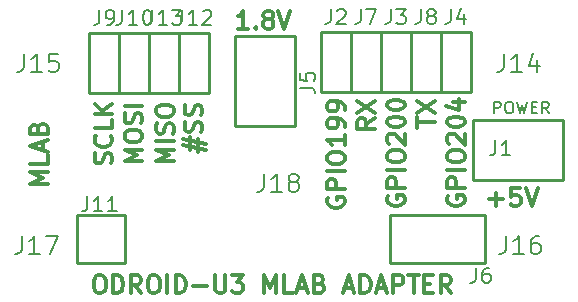
<source format=gbr>
G04 #@! TF.FileFunction,Legend,Top*
%FSLAX46Y46*%
G04 Gerber Fmt 4.6, Leading zero omitted, Abs format (unit mm)*
G04 Created by KiCad (PCBNEW 0.201412101631+5319~19~ubuntu14.04.1-product) date Čt 11. prosinec 2014, 12:52:01 CET*
%MOMM*%
G01*
G04 APERTURE LIST*
%ADD10C,0.100000*%
%ADD11C,0.300000*%
%ADD12C,0.200000*%
%ADD13C,0.254000*%
%ADD14C,0.203200*%
%ADD15C,0.150000*%
G04 APERTURE END LIST*
D10*
D11*
X117558600Y-58030371D02*
X117844314Y-58030371D01*
X117987172Y-58101800D01*
X118130029Y-58244657D01*
X118201457Y-58530371D01*
X118201457Y-59030371D01*
X118130029Y-59316086D01*
X117987172Y-59458943D01*
X117844314Y-59530371D01*
X117558600Y-59530371D01*
X117415743Y-59458943D01*
X117272886Y-59316086D01*
X117201457Y-59030371D01*
X117201457Y-58530371D01*
X117272886Y-58244657D01*
X117415743Y-58101800D01*
X117558600Y-58030371D01*
X118844315Y-59530371D02*
X118844315Y-58030371D01*
X119201458Y-58030371D01*
X119415743Y-58101800D01*
X119558601Y-58244657D01*
X119630029Y-58387514D01*
X119701458Y-58673229D01*
X119701458Y-58887514D01*
X119630029Y-59173229D01*
X119558601Y-59316086D01*
X119415743Y-59458943D01*
X119201458Y-59530371D01*
X118844315Y-59530371D01*
X121201458Y-59530371D02*
X120701458Y-58816086D01*
X120344315Y-59530371D02*
X120344315Y-58030371D01*
X120915743Y-58030371D01*
X121058601Y-58101800D01*
X121130029Y-58173229D01*
X121201458Y-58316086D01*
X121201458Y-58530371D01*
X121130029Y-58673229D01*
X121058601Y-58744657D01*
X120915743Y-58816086D01*
X120344315Y-58816086D01*
X122130029Y-58030371D02*
X122415743Y-58030371D01*
X122558601Y-58101800D01*
X122701458Y-58244657D01*
X122772886Y-58530371D01*
X122772886Y-59030371D01*
X122701458Y-59316086D01*
X122558601Y-59458943D01*
X122415743Y-59530371D01*
X122130029Y-59530371D01*
X121987172Y-59458943D01*
X121844315Y-59316086D01*
X121772886Y-59030371D01*
X121772886Y-58530371D01*
X121844315Y-58244657D01*
X121987172Y-58101800D01*
X122130029Y-58030371D01*
X123415744Y-59530371D02*
X123415744Y-58030371D01*
X124130030Y-59530371D02*
X124130030Y-58030371D01*
X124487173Y-58030371D01*
X124701458Y-58101800D01*
X124844316Y-58244657D01*
X124915744Y-58387514D01*
X124987173Y-58673229D01*
X124987173Y-58887514D01*
X124915744Y-59173229D01*
X124844316Y-59316086D01*
X124701458Y-59458943D01*
X124487173Y-59530371D01*
X124130030Y-59530371D01*
X125630030Y-58958943D02*
X126772887Y-58958943D01*
X127487173Y-58030371D02*
X127487173Y-59244657D01*
X127558601Y-59387514D01*
X127630030Y-59458943D01*
X127772887Y-59530371D01*
X128058601Y-59530371D01*
X128201459Y-59458943D01*
X128272887Y-59387514D01*
X128344316Y-59244657D01*
X128344316Y-58030371D01*
X128915745Y-58030371D02*
X129844316Y-58030371D01*
X129344316Y-58601800D01*
X129558602Y-58601800D01*
X129701459Y-58673229D01*
X129772888Y-58744657D01*
X129844316Y-58887514D01*
X129844316Y-59244657D01*
X129772888Y-59387514D01*
X129701459Y-59458943D01*
X129558602Y-59530371D01*
X129130030Y-59530371D01*
X128987173Y-59458943D01*
X128915745Y-59387514D01*
X131630030Y-59530371D02*
X131630030Y-58030371D01*
X132130030Y-59101800D01*
X132630030Y-58030371D01*
X132630030Y-59530371D01*
X134058602Y-59530371D02*
X133344316Y-59530371D01*
X133344316Y-58030371D01*
X134487173Y-59101800D02*
X135201459Y-59101800D01*
X134344316Y-59530371D02*
X134844316Y-58030371D01*
X135344316Y-59530371D01*
X136344316Y-58744657D02*
X136558602Y-58816086D01*
X136630030Y-58887514D01*
X136701459Y-59030371D01*
X136701459Y-59244657D01*
X136630030Y-59387514D01*
X136558602Y-59458943D01*
X136415744Y-59530371D01*
X135844316Y-59530371D01*
X135844316Y-58030371D01*
X136344316Y-58030371D01*
X136487173Y-58101800D01*
X136558602Y-58173229D01*
X136630030Y-58316086D01*
X136630030Y-58458943D01*
X136558602Y-58601800D01*
X136487173Y-58673229D01*
X136344316Y-58744657D01*
X135844316Y-58744657D01*
X138415744Y-59101800D02*
X139130030Y-59101800D01*
X138272887Y-59530371D02*
X138772887Y-58030371D01*
X139272887Y-59530371D01*
X139772887Y-59530371D02*
X139772887Y-58030371D01*
X140130030Y-58030371D01*
X140344315Y-58101800D01*
X140487173Y-58244657D01*
X140558601Y-58387514D01*
X140630030Y-58673229D01*
X140630030Y-58887514D01*
X140558601Y-59173229D01*
X140487173Y-59316086D01*
X140344315Y-59458943D01*
X140130030Y-59530371D01*
X139772887Y-59530371D01*
X141201458Y-59101800D02*
X141915744Y-59101800D01*
X141058601Y-59530371D02*
X141558601Y-58030371D01*
X142058601Y-59530371D01*
X142558601Y-59530371D02*
X142558601Y-58030371D01*
X143130029Y-58030371D01*
X143272887Y-58101800D01*
X143344315Y-58173229D01*
X143415744Y-58316086D01*
X143415744Y-58530371D01*
X143344315Y-58673229D01*
X143272887Y-58744657D01*
X143130029Y-58816086D01*
X142558601Y-58816086D01*
X143844315Y-58030371D02*
X144701458Y-58030371D01*
X144272887Y-59530371D02*
X144272887Y-58030371D01*
X145201458Y-58744657D02*
X145701458Y-58744657D01*
X145915744Y-59530371D02*
X145201458Y-59530371D01*
X145201458Y-58030371D01*
X145915744Y-58030371D01*
X147415744Y-59530371D02*
X146915744Y-58816086D01*
X146558601Y-59530371D02*
X146558601Y-58030371D01*
X147130029Y-58030371D01*
X147272887Y-58101800D01*
X147344315Y-58173229D01*
X147415744Y-58316086D01*
X147415744Y-58530371D01*
X147344315Y-58673229D01*
X147272887Y-58744657D01*
X147130029Y-58816086D01*
X146558601Y-58816086D01*
X113302171Y-50302800D02*
X111802171Y-50302800D01*
X112873600Y-49802800D01*
X111802171Y-49302800D01*
X113302171Y-49302800D01*
X113302171Y-47874228D02*
X113302171Y-48588514D01*
X111802171Y-48588514D01*
X112873600Y-47445657D02*
X112873600Y-46731371D01*
X113302171Y-47588514D02*
X111802171Y-47088514D01*
X113302171Y-46588514D01*
X112516457Y-45588514D02*
X112587886Y-45374228D01*
X112659314Y-45302800D01*
X112802171Y-45231371D01*
X113016457Y-45231371D01*
X113159314Y-45302800D01*
X113230743Y-45374228D01*
X113302171Y-45517086D01*
X113302171Y-46088514D01*
X111802171Y-46088514D01*
X111802171Y-45588514D01*
X111873600Y-45445657D01*
X111945029Y-45374228D01*
X112087886Y-45302800D01*
X112230743Y-45302800D01*
X112373600Y-45374228D01*
X112445029Y-45445657D01*
X112516457Y-45588514D01*
X112516457Y-46088514D01*
X150700029Y-51592943D02*
X151842886Y-51592943D01*
X151271457Y-52164371D02*
X151271457Y-51021514D01*
X153271458Y-50664371D02*
X152557172Y-50664371D01*
X152485743Y-51378657D01*
X152557172Y-51307229D01*
X152700029Y-51235800D01*
X153057172Y-51235800D01*
X153200029Y-51307229D01*
X153271458Y-51378657D01*
X153342886Y-51521514D01*
X153342886Y-51878657D01*
X153271458Y-52021514D01*
X153200029Y-52092943D01*
X153057172Y-52164371D01*
X152700029Y-52164371D01*
X152557172Y-52092943D01*
X152485743Y-52021514D01*
X153771457Y-50664371D02*
X154271457Y-52164371D01*
X154771457Y-50664371D01*
D12*
X151081076Y-44318181D02*
X151081076Y-43318181D01*
X151462029Y-43318181D01*
X151557267Y-43365800D01*
X151604886Y-43413419D01*
X151652505Y-43508657D01*
X151652505Y-43651514D01*
X151604886Y-43746752D01*
X151557267Y-43794371D01*
X151462029Y-43841990D01*
X151081076Y-43841990D01*
X152271552Y-43318181D02*
X152462029Y-43318181D01*
X152557267Y-43365800D01*
X152652505Y-43461038D01*
X152700124Y-43651514D01*
X152700124Y-43984848D01*
X152652505Y-44175324D01*
X152557267Y-44270562D01*
X152462029Y-44318181D01*
X152271552Y-44318181D01*
X152176314Y-44270562D01*
X152081076Y-44175324D01*
X152033457Y-43984848D01*
X152033457Y-43651514D01*
X152081076Y-43461038D01*
X152176314Y-43365800D01*
X152271552Y-43318181D01*
X153033457Y-43318181D02*
X153271552Y-44318181D01*
X153462029Y-43603895D01*
X153652505Y-44318181D01*
X153890600Y-43318181D01*
X154271552Y-43794371D02*
X154604886Y-43794371D01*
X154747743Y-44318181D02*
X154271552Y-44318181D01*
X154271552Y-43318181D01*
X154747743Y-43318181D01*
X155747743Y-44318181D02*
X155414409Y-43841990D01*
X155176314Y-44318181D02*
X155176314Y-43318181D01*
X155557267Y-43318181D01*
X155652505Y-43365800D01*
X155700124Y-43413419D01*
X155747743Y-43508657D01*
X155747743Y-43651514D01*
X155700124Y-43746752D01*
X155652505Y-43794371D01*
X155557267Y-43841990D01*
X155176314Y-43841990D01*
D11*
X147179600Y-51318657D02*
X147108171Y-51461514D01*
X147108171Y-51675800D01*
X147179600Y-51890085D01*
X147322457Y-52032943D01*
X147465314Y-52104371D01*
X147751029Y-52175800D01*
X147965314Y-52175800D01*
X148251029Y-52104371D01*
X148393886Y-52032943D01*
X148536743Y-51890085D01*
X148608171Y-51675800D01*
X148608171Y-51532943D01*
X148536743Y-51318657D01*
X148465314Y-51247228D01*
X147965314Y-51247228D01*
X147965314Y-51532943D01*
X148608171Y-50604371D02*
X147108171Y-50604371D01*
X147108171Y-50032943D01*
X147179600Y-49890085D01*
X147251029Y-49818657D01*
X147393886Y-49747228D01*
X147608171Y-49747228D01*
X147751029Y-49818657D01*
X147822457Y-49890085D01*
X147893886Y-50032943D01*
X147893886Y-50604371D01*
X148608171Y-49104371D02*
X147108171Y-49104371D01*
X147108171Y-48104371D02*
X147108171Y-47818657D01*
X147179600Y-47675799D01*
X147322457Y-47532942D01*
X147608171Y-47461514D01*
X148108171Y-47461514D01*
X148393886Y-47532942D01*
X148536743Y-47675799D01*
X148608171Y-47818657D01*
X148608171Y-48104371D01*
X148536743Y-48247228D01*
X148393886Y-48390085D01*
X148108171Y-48461514D01*
X147608171Y-48461514D01*
X147322457Y-48390085D01*
X147179600Y-48247228D01*
X147108171Y-48104371D01*
X147251029Y-46890085D02*
X147179600Y-46818656D01*
X147108171Y-46675799D01*
X147108171Y-46318656D01*
X147179600Y-46175799D01*
X147251029Y-46104370D01*
X147393886Y-46032942D01*
X147536743Y-46032942D01*
X147751029Y-46104370D01*
X148608171Y-46961513D01*
X148608171Y-46032942D01*
X147108171Y-45104371D02*
X147108171Y-44961514D01*
X147179600Y-44818657D01*
X147251029Y-44747228D01*
X147393886Y-44675799D01*
X147679600Y-44604371D01*
X148036743Y-44604371D01*
X148322457Y-44675799D01*
X148465314Y-44747228D01*
X148536743Y-44818657D01*
X148608171Y-44961514D01*
X148608171Y-45104371D01*
X148536743Y-45247228D01*
X148465314Y-45318657D01*
X148322457Y-45390085D01*
X148036743Y-45461514D01*
X147679600Y-45461514D01*
X147393886Y-45390085D01*
X147251029Y-45318657D01*
X147179600Y-45247228D01*
X147108171Y-45104371D01*
X147608171Y-43318657D02*
X148608171Y-43318657D01*
X147036743Y-43675800D02*
X148108171Y-44032943D01*
X148108171Y-43104371D01*
X144568171Y-45516657D02*
X144568171Y-44659514D01*
X146068171Y-45088085D02*
X144568171Y-45088085D01*
X144568171Y-44302371D02*
X146068171Y-43302371D01*
X144568171Y-43302371D02*
X146068171Y-44302371D01*
X142099600Y-51318657D02*
X142028171Y-51461514D01*
X142028171Y-51675800D01*
X142099600Y-51890085D01*
X142242457Y-52032943D01*
X142385314Y-52104371D01*
X142671029Y-52175800D01*
X142885314Y-52175800D01*
X143171029Y-52104371D01*
X143313886Y-52032943D01*
X143456743Y-51890085D01*
X143528171Y-51675800D01*
X143528171Y-51532943D01*
X143456743Y-51318657D01*
X143385314Y-51247228D01*
X142885314Y-51247228D01*
X142885314Y-51532943D01*
X143528171Y-50604371D02*
X142028171Y-50604371D01*
X142028171Y-50032943D01*
X142099600Y-49890085D01*
X142171029Y-49818657D01*
X142313886Y-49747228D01*
X142528171Y-49747228D01*
X142671029Y-49818657D01*
X142742457Y-49890085D01*
X142813886Y-50032943D01*
X142813886Y-50604371D01*
X143528171Y-49104371D02*
X142028171Y-49104371D01*
X142028171Y-48104371D02*
X142028171Y-47818657D01*
X142099600Y-47675799D01*
X142242457Y-47532942D01*
X142528171Y-47461514D01*
X143028171Y-47461514D01*
X143313886Y-47532942D01*
X143456743Y-47675799D01*
X143528171Y-47818657D01*
X143528171Y-48104371D01*
X143456743Y-48247228D01*
X143313886Y-48390085D01*
X143028171Y-48461514D01*
X142528171Y-48461514D01*
X142242457Y-48390085D01*
X142099600Y-48247228D01*
X142028171Y-48104371D01*
X142171029Y-46890085D02*
X142099600Y-46818656D01*
X142028171Y-46675799D01*
X142028171Y-46318656D01*
X142099600Y-46175799D01*
X142171029Y-46104370D01*
X142313886Y-46032942D01*
X142456743Y-46032942D01*
X142671029Y-46104370D01*
X143528171Y-46961513D01*
X143528171Y-46032942D01*
X142028171Y-45104371D02*
X142028171Y-44961514D01*
X142099600Y-44818657D01*
X142171029Y-44747228D01*
X142313886Y-44675799D01*
X142599600Y-44604371D01*
X142956743Y-44604371D01*
X143242457Y-44675799D01*
X143385314Y-44747228D01*
X143456743Y-44818657D01*
X143528171Y-44961514D01*
X143528171Y-45104371D01*
X143456743Y-45247228D01*
X143385314Y-45318657D01*
X143242457Y-45390085D01*
X142956743Y-45461514D01*
X142599600Y-45461514D01*
X142313886Y-45390085D01*
X142171029Y-45318657D01*
X142099600Y-45247228D01*
X142028171Y-45104371D01*
X142028171Y-43675800D02*
X142028171Y-43532943D01*
X142099600Y-43390086D01*
X142171029Y-43318657D01*
X142313886Y-43247228D01*
X142599600Y-43175800D01*
X142956743Y-43175800D01*
X143242457Y-43247228D01*
X143385314Y-43318657D01*
X143456743Y-43390086D01*
X143528171Y-43532943D01*
X143528171Y-43675800D01*
X143456743Y-43818657D01*
X143385314Y-43890086D01*
X143242457Y-43961514D01*
X142956743Y-44032943D01*
X142599600Y-44032943D01*
X142313886Y-43961514D01*
X142171029Y-43890086D01*
X142099600Y-43818657D01*
X142028171Y-43675800D01*
X140988171Y-44750799D02*
X140273886Y-45250799D01*
X140988171Y-45607942D02*
X139488171Y-45607942D01*
X139488171Y-45036514D01*
X139559600Y-44893656D01*
X139631029Y-44822228D01*
X139773886Y-44750799D01*
X139988171Y-44750799D01*
X140131029Y-44822228D01*
X140202457Y-44893656D01*
X140273886Y-45036514D01*
X140273886Y-45607942D01*
X139488171Y-44250799D02*
X140988171Y-43250799D01*
X139488171Y-43250799D02*
X140988171Y-44250799D01*
X137019600Y-51445657D02*
X136948171Y-51588514D01*
X136948171Y-51802800D01*
X137019600Y-52017085D01*
X137162457Y-52159943D01*
X137305314Y-52231371D01*
X137591029Y-52302800D01*
X137805314Y-52302800D01*
X138091029Y-52231371D01*
X138233886Y-52159943D01*
X138376743Y-52017085D01*
X138448171Y-51802800D01*
X138448171Y-51659943D01*
X138376743Y-51445657D01*
X138305314Y-51374228D01*
X137805314Y-51374228D01*
X137805314Y-51659943D01*
X138448171Y-50731371D02*
X136948171Y-50731371D01*
X136948171Y-50159943D01*
X137019600Y-50017085D01*
X137091029Y-49945657D01*
X137233886Y-49874228D01*
X137448171Y-49874228D01*
X137591029Y-49945657D01*
X137662457Y-50017085D01*
X137733886Y-50159943D01*
X137733886Y-50731371D01*
X138448171Y-49231371D02*
X136948171Y-49231371D01*
X136948171Y-48231371D02*
X136948171Y-47945657D01*
X137019600Y-47802799D01*
X137162457Y-47659942D01*
X137448171Y-47588514D01*
X137948171Y-47588514D01*
X138233886Y-47659942D01*
X138376743Y-47802799D01*
X138448171Y-47945657D01*
X138448171Y-48231371D01*
X138376743Y-48374228D01*
X138233886Y-48517085D01*
X137948171Y-48588514D01*
X137448171Y-48588514D01*
X137162457Y-48517085D01*
X137019600Y-48374228D01*
X136948171Y-48231371D01*
X138448171Y-46159942D02*
X138448171Y-47017085D01*
X138448171Y-46588513D02*
X136948171Y-46588513D01*
X137162457Y-46731370D01*
X137305314Y-46874228D01*
X137376743Y-47017085D01*
X138448171Y-45445657D02*
X138448171Y-45159942D01*
X138376743Y-45017085D01*
X138305314Y-44945657D01*
X138091029Y-44802799D01*
X137805314Y-44731371D01*
X137233886Y-44731371D01*
X137091029Y-44802799D01*
X137019600Y-44874228D01*
X136948171Y-45017085D01*
X136948171Y-45302799D01*
X137019600Y-45445657D01*
X137091029Y-45517085D01*
X137233886Y-45588514D01*
X137591029Y-45588514D01*
X137733886Y-45517085D01*
X137805314Y-45445657D01*
X137876743Y-45302799D01*
X137876743Y-45017085D01*
X137805314Y-44874228D01*
X137733886Y-44802799D01*
X137591029Y-44731371D01*
X138448171Y-44017086D02*
X138448171Y-43731371D01*
X138376743Y-43588514D01*
X138305314Y-43517086D01*
X138091029Y-43374228D01*
X137805314Y-43302800D01*
X137233886Y-43302800D01*
X137091029Y-43374228D01*
X137019600Y-43445657D01*
X136948171Y-43588514D01*
X136948171Y-43874228D01*
X137019600Y-44017086D01*
X137091029Y-44088514D01*
X137233886Y-44159943D01*
X137591029Y-44159943D01*
X137733886Y-44088514D01*
X137805314Y-44017086D01*
X137876743Y-43874228D01*
X137876743Y-43588514D01*
X137805314Y-43445657D01*
X137733886Y-43374228D01*
X137591029Y-43302800D01*
X130260886Y-37178371D02*
X129403743Y-37178371D01*
X129832315Y-37178371D02*
X129832315Y-35678371D01*
X129689458Y-35892657D01*
X129546600Y-36035514D01*
X129403743Y-36106943D01*
X130903743Y-37035514D02*
X130975171Y-37106943D01*
X130903743Y-37178371D01*
X130832314Y-37106943D01*
X130903743Y-37035514D01*
X130903743Y-37178371D01*
X131832315Y-36321229D02*
X131689457Y-36249800D01*
X131618029Y-36178371D01*
X131546600Y-36035514D01*
X131546600Y-35964086D01*
X131618029Y-35821229D01*
X131689457Y-35749800D01*
X131832315Y-35678371D01*
X132118029Y-35678371D01*
X132260886Y-35749800D01*
X132332315Y-35821229D01*
X132403743Y-35964086D01*
X132403743Y-36035514D01*
X132332315Y-36178371D01*
X132260886Y-36249800D01*
X132118029Y-36321229D01*
X131832315Y-36321229D01*
X131689457Y-36392657D01*
X131618029Y-36464086D01*
X131546600Y-36606943D01*
X131546600Y-36892657D01*
X131618029Y-37035514D01*
X131689457Y-37106943D01*
X131832315Y-37178371D01*
X132118029Y-37178371D01*
X132260886Y-37106943D01*
X132332315Y-37035514D01*
X132403743Y-36892657D01*
X132403743Y-36606943D01*
X132332315Y-36464086D01*
X132260886Y-36392657D01*
X132118029Y-36321229D01*
X132832314Y-35678371D02*
X133332314Y-37178371D01*
X133832314Y-35678371D01*
X125383171Y-47409657D02*
X125383171Y-46338228D01*
X124740314Y-46981085D02*
X126668886Y-47409657D01*
X126026029Y-46481085D02*
X126026029Y-47552514D01*
X126668886Y-46909657D02*
X124740314Y-46481085D01*
X126311743Y-45909657D02*
X126383171Y-45695371D01*
X126383171Y-45338228D01*
X126311743Y-45195371D01*
X126240314Y-45123942D01*
X126097457Y-45052514D01*
X125954600Y-45052514D01*
X125811743Y-45123942D01*
X125740314Y-45195371D01*
X125668886Y-45338228D01*
X125597457Y-45623942D01*
X125526029Y-45766800D01*
X125454600Y-45838228D01*
X125311743Y-45909657D01*
X125168886Y-45909657D01*
X125026029Y-45838228D01*
X124954600Y-45766800D01*
X124883171Y-45623942D01*
X124883171Y-45266800D01*
X124954600Y-45052514D01*
X126311743Y-44481086D02*
X126383171Y-44266800D01*
X126383171Y-43909657D01*
X126311743Y-43766800D01*
X126240314Y-43695371D01*
X126097457Y-43623943D01*
X125954600Y-43623943D01*
X125811743Y-43695371D01*
X125740314Y-43766800D01*
X125668886Y-43909657D01*
X125597457Y-44195371D01*
X125526029Y-44338229D01*
X125454600Y-44409657D01*
X125311743Y-44481086D01*
X125168886Y-44481086D01*
X125026029Y-44409657D01*
X124954600Y-44338229D01*
X124883171Y-44195371D01*
X124883171Y-43838229D01*
X124954600Y-43623943D01*
X123970171Y-48381943D02*
X122470171Y-48381943D01*
X123541600Y-47881943D01*
X122470171Y-47381943D01*
X123970171Y-47381943D01*
X123970171Y-46667657D02*
X122470171Y-46667657D01*
X123898743Y-46024800D02*
X123970171Y-45810514D01*
X123970171Y-45453371D01*
X123898743Y-45310514D01*
X123827314Y-45239085D01*
X123684457Y-45167657D01*
X123541600Y-45167657D01*
X123398743Y-45239085D01*
X123327314Y-45310514D01*
X123255886Y-45453371D01*
X123184457Y-45739085D01*
X123113029Y-45881943D01*
X123041600Y-45953371D01*
X122898743Y-46024800D01*
X122755886Y-46024800D01*
X122613029Y-45953371D01*
X122541600Y-45881943D01*
X122470171Y-45739085D01*
X122470171Y-45381943D01*
X122541600Y-45167657D01*
X122470171Y-44239086D02*
X122470171Y-43953372D01*
X122541600Y-43810514D01*
X122684457Y-43667657D01*
X122970171Y-43596229D01*
X123470171Y-43596229D01*
X123755886Y-43667657D01*
X123898743Y-43810514D01*
X123970171Y-43953372D01*
X123970171Y-44239086D01*
X123898743Y-44381943D01*
X123755886Y-44524800D01*
X123470171Y-44596229D01*
X122970171Y-44596229D01*
X122684457Y-44524800D01*
X122541600Y-44381943D01*
X122470171Y-44239086D01*
X121303171Y-48381943D02*
X119803171Y-48381943D01*
X120874600Y-47881943D01*
X119803171Y-47381943D01*
X121303171Y-47381943D01*
X119803171Y-46381943D02*
X119803171Y-46096229D01*
X119874600Y-45953371D01*
X120017457Y-45810514D01*
X120303171Y-45739086D01*
X120803171Y-45739086D01*
X121088886Y-45810514D01*
X121231743Y-45953371D01*
X121303171Y-46096229D01*
X121303171Y-46381943D01*
X121231743Y-46524800D01*
X121088886Y-46667657D01*
X120803171Y-46739086D01*
X120303171Y-46739086D01*
X120017457Y-46667657D01*
X119874600Y-46524800D01*
X119803171Y-46381943D01*
X121231743Y-45167657D02*
X121303171Y-44953371D01*
X121303171Y-44596228D01*
X121231743Y-44453371D01*
X121160314Y-44381942D01*
X121017457Y-44310514D01*
X120874600Y-44310514D01*
X120731743Y-44381942D01*
X120660314Y-44453371D01*
X120588886Y-44596228D01*
X120517457Y-44881942D01*
X120446029Y-45024800D01*
X120374600Y-45096228D01*
X120231743Y-45167657D01*
X120088886Y-45167657D01*
X119946029Y-45096228D01*
X119874600Y-45024800D01*
X119803171Y-44881942D01*
X119803171Y-44524800D01*
X119874600Y-44310514D01*
X121303171Y-43667657D02*
X119803171Y-43667657D01*
X118691743Y-48560514D02*
X118763171Y-48346228D01*
X118763171Y-47989085D01*
X118691743Y-47846228D01*
X118620314Y-47774799D01*
X118477457Y-47703371D01*
X118334600Y-47703371D01*
X118191743Y-47774799D01*
X118120314Y-47846228D01*
X118048886Y-47989085D01*
X117977457Y-48274799D01*
X117906029Y-48417657D01*
X117834600Y-48489085D01*
X117691743Y-48560514D01*
X117548886Y-48560514D01*
X117406029Y-48489085D01*
X117334600Y-48417657D01*
X117263171Y-48274799D01*
X117263171Y-47917657D01*
X117334600Y-47703371D01*
X118620314Y-46203371D02*
X118691743Y-46274800D01*
X118763171Y-46489086D01*
X118763171Y-46631943D01*
X118691743Y-46846228D01*
X118548886Y-46989086D01*
X118406029Y-47060514D01*
X118120314Y-47131943D01*
X117906029Y-47131943D01*
X117620314Y-47060514D01*
X117477457Y-46989086D01*
X117334600Y-46846228D01*
X117263171Y-46631943D01*
X117263171Y-46489086D01*
X117334600Y-46274800D01*
X117406029Y-46203371D01*
X118763171Y-44846228D02*
X118763171Y-45560514D01*
X117263171Y-45560514D01*
X118763171Y-44346228D02*
X117263171Y-44346228D01*
X118763171Y-43489085D02*
X117906029Y-44131942D01*
X117263171Y-43489085D02*
X118120314Y-44346228D01*
D13*
X156946600Y-44881800D02*
X149326600Y-44881800D01*
X149326600Y-44881800D02*
X149326600Y-49961800D01*
X149326600Y-49961800D02*
X154406600Y-49961800D01*
X156946600Y-44881800D02*
X156946600Y-47421800D01*
X156946600Y-49961800D02*
X156946600Y-47421800D01*
X154406600Y-49961800D02*
X156946600Y-49961800D01*
X136398000Y-37465000D02*
X138938000Y-37465000D01*
X138938000Y-37465000D02*
X138938000Y-42545000D01*
X138938000Y-42545000D02*
X136398000Y-42545000D01*
X136398000Y-42545000D02*
X136398000Y-37465000D01*
X141478000Y-37465000D02*
X144018000Y-37465000D01*
X144018000Y-37465000D02*
X144018000Y-42545000D01*
X144018000Y-42545000D02*
X141478000Y-42545000D01*
X141478000Y-42545000D02*
X141478000Y-37465000D01*
X146558000Y-37465000D02*
X149098000Y-37465000D01*
X149098000Y-37465000D02*
X149098000Y-42545000D01*
X149098000Y-42545000D02*
X146558000Y-42545000D01*
X146558000Y-42545000D02*
X146558000Y-37465000D01*
X134213600Y-45389800D02*
X134213600Y-37769800D01*
X134213600Y-37769800D02*
X129133600Y-37769800D01*
X129133600Y-37769800D02*
X129133600Y-42849800D01*
X134213600Y-45389800D02*
X131673600Y-45389800D01*
X129133600Y-45389800D02*
X131673600Y-45389800D01*
X129133600Y-42849800D02*
X129133600Y-45389800D01*
X142316600Y-56949800D02*
X142316600Y-54949800D01*
X150316600Y-54949800D02*
X150316600Y-52949800D01*
X150316600Y-52949800D02*
X142316600Y-52949800D01*
X142316600Y-54949800D02*
X142316600Y-52949800D01*
X150316600Y-56949800D02*
X142316600Y-56949800D01*
X150316600Y-56949800D02*
X150316600Y-54949800D01*
X138938000Y-37465000D02*
X141478000Y-37465000D01*
X141478000Y-37465000D02*
X141478000Y-42545000D01*
X141478000Y-42545000D02*
X138938000Y-42545000D01*
X138938000Y-42545000D02*
X138938000Y-37465000D01*
X144018000Y-37465000D02*
X146558000Y-37465000D01*
X146558000Y-37465000D02*
X146558000Y-42545000D01*
X146558000Y-42545000D02*
X144018000Y-42545000D01*
X144018000Y-42545000D02*
X144018000Y-37465000D01*
X116814600Y-37515800D02*
X119354600Y-37515800D01*
X119354600Y-37515800D02*
X119354600Y-42595800D01*
X119354600Y-42595800D02*
X116814600Y-42595800D01*
X116814600Y-42595800D02*
X116814600Y-37515800D01*
X119354600Y-37515800D02*
X121894600Y-37515800D01*
X121894600Y-37515800D02*
X121894600Y-42595800D01*
X121894600Y-42595800D02*
X119354600Y-42595800D01*
X119354600Y-42595800D02*
X119354600Y-37515800D01*
X115816600Y-52949800D02*
X117816600Y-52949800D01*
X117816600Y-56949800D02*
X119816600Y-56949800D01*
X119816600Y-56949800D02*
X119816600Y-52949800D01*
X117816600Y-52949800D02*
X119816600Y-52949800D01*
X115816600Y-56949800D02*
X115816600Y-52949800D01*
X115816600Y-56949800D02*
X117816600Y-56949800D01*
X124434600Y-37515800D02*
X126974600Y-37515800D01*
X126974600Y-37515800D02*
X126974600Y-42595800D01*
X126974600Y-42595800D02*
X124434600Y-42595800D01*
X124434600Y-42595800D02*
X124434600Y-37515800D01*
X121894600Y-37515800D02*
X124434600Y-37515800D01*
X124434600Y-37515800D02*
X124434600Y-42595800D01*
X124434600Y-42595800D02*
X121894600Y-42595800D01*
X121894600Y-42595800D02*
X121894600Y-37515800D01*
D14*
X151189267Y-46599324D02*
X151189267Y-47506467D01*
X151128791Y-47687895D01*
X151007839Y-47808848D01*
X150826410Y-47869324D01*
X150705458Y-47869324D01*
X152459267Y-47869324D02*
X151733553Y-47869324D01*
X152096410Y-47869324D02*
X152096410Y-46599324D01*
X151975458Y-46780752D01*
X151854505Y-46901705D01*
X151733553Y-46962181D01*
X137244667Y-35499524D02*
X137244667Y-36406667D01*
X137184191Y-36588095D01*
X137063239Y-36709048D01*
X136881810Y-36769524D01*
X136760858Y-36769524D01*
X137788953Y-35620476D02*
X137849429Y-35560000D01*
X137970381Y-35499524D01*
X138272762Y-35499524D01*
X138393715Y-35560000D01*
X138454191Y-35620476D01*
X138514667Y-35741429D01*
X138514667Y-35862381D01*
X138454191Y-36043810D01*
X137728477Y-36769524D01*
X138514667Y-36769524D01*
X142324667Y-35499524D02*
X142324667Y-36406667D01*
X142264191Y-36588095D01*
X142143239Y-36709048D01*
X141961810Y-36769524D01*
X141840858Y-36769524D01*
X142808477Y-35499524D02*
X143594667Y-35499524D01*
X143171334Y-35983333D01*
X143352762Y-35983333D01*
X143473715Y-36043810D01*
X143534191Y-36104286D01*
X143594667Y-36225238D01*
X143594667Y-36527619D01*
X143534191Y-36648571D01*
X143473715Y-36709048D01*
X143352762Y-36769524D01*
X142989905Y-36769524D01*
X142868953Y-36709048D01*
X142808477Y-36648571D01*
X147404667Y-35499524D02*
X147404667Y-36406667D01*
X147344191Y-36588095D01*
X147223239Y-36709048D01*
X147041810Y-36769524D01*
X146920858Y-36769524D01*
X148553715Y-35922857D02*
X148553715Y-36769524D01*
X148251334Y-35439048D02*
X147948953Y-36346190D01*
X148735143Y-36346190D01*
X134661124Y-42130133D02*
X135568267Y-42130133D01*
X135749695Y-42190609D01*
X135870648Y-42311561D01*
X135931124Y-42492990D01*
X135931124Y-42613942D01*
X134661124Y-40920609D02*
X134661124Y-41525371D01*
X135265886Y-41585847D01*
X135205410Y-41525371D01*
X135144933Y-41404419D01*
X135144933Y-41102038D01*
X135205410Y-40981085D01*
X135265886Y-40920609D01*
X135386838Y-40860133D01*
X135689219Y-40860133D01*
X135810171Y-40920609D01*
X135870648Y-40981085D01*
X135931124Y-41102038D01*
X135931124Y-41404419D01*
X135870648Y-41525371D01*
X135810171Y-41585847D01*
X149538267Y-57394324D02*
X149538267Y-58301467D01*
X149477791Y-58482895D01*
X149356839Y-58603848D01*
X149175410Y-58664324D01*
X149054458Y-58664324D01*
X150687315Y-57394324D02*
X150445410Y-57394324D01*
X150324458Y-57454800D01*
X150263981Y-57515276D01*
X150143029Y-57696705D01*
X150082553Y-57938610D01*
X150082553Y-58422419D01*
X150143029Y-58543371D01*
X150203505Y-58603848D01*
X150324458Y-58664324D01*
X150566362Y-58664324D01*
X150687315Y-58603848D01*
X150747791Y-58543371D01*
X150808267Y-58422419D01*
X150808267Y-58120038D01*
X150747791Y-57999086D01*
X150687315Y-57938610D01*
X150566362Y-57878133D01*
X150324458Y-57878133D01*
X150203505Y-57938610D01*
X150143029Y-57999086D01*
X150082553Y-58120038D01*
X139784667Y-35499524D02*
X139784667Y-36406667D01*
X139724191Y-36588095D01*
X139603239Y-36709048D01*
X139421810Y-36769524D01*
X139300858Y-36769524D01*
X140268477Y-35499524D02*
X141115143Y-35499524D01*
X140570858Y-36769524D01*
X144864667Y-35499524D02*
X144864667Y-36406667D01*
X144804191Y-36588095D01*
X144683239Y-36709048D01*
X144501810Y-36769524D01*
X144380858Y-36769524D01*
X145650858Y-36043810D02*
X145529905Y-35983333D01*
X145469429Y-35922857D01*
X145408953Y-35801905D01*
X145408953Y-35741429D01*
X145469429Y-35620476D01*
X145529905Y-35560000D01*
X145650858Y-35499524D01*
X145892762Y-35499524D01*
X146013715Y-35560000D01*
X146074191Y-35620476D01*
X146134667Y-35741429D01*
X146134667Y-35801905D01*
X146074191Y-35922857D01*
X146013715Y-35983333D01*
X145892762Y-36043810D01*
X145650858Y-36043810D01*
X145529905Y-36104286D01*
X145469429Y-36164762D01*
X145408953Y-36285714D01*
X145408953Y-36527619D01*
X145469429Y-36648571D01*
X145529905Y-36709048D01*
X145650858Y-36769524D01*
X145892762Y-36769524D01*
X146013715Y-36709048D01*
X146074191Y-36648571D01*
X146134667Y-36527619D01*
X146134667Y-36285714D01*
X146074191Y-36164762D01*
X146013715Y-36104286D01*
X145892762Y-36043810D01*
X117661267Y-35550324D02*
X117661267Y-36457467D01*
X117600791Y-36638895D01*
X117479839Y-36759848D01*
X117298410Y-36820324D01*
X117177458Y-36820324D01*
X118326505Y-36820324D02*
X118568410Y-36820324D01*
X118689362Y-36759848D01*
X118749838Y-36699371D01*
X118870791Y-36517943D01*
X118931267Y-36276038D01*
X118931267Y-35792229D01*
X118870791Y-35671276D01*
X118810315Y-35610800D01*
X118689362Y-35550324D01*
X118447458Y-35550324D01*
X118326505Y-35610800D01*
X118266029Y-35671276D01*
X118205553Y-35792229D01*
X118205553Y-36094610D01*
X118266029Y-36215562D01*
X118326505Y-36276038D01*
X118447458Y-36336514D01*
X118689362Y-36336514D01*
X118810315Y-36276038D01*
X118870791Y-36215562D01*
X118931267Y-36094610D01*
X119596505Y-35550324D02*
X119596505Y-36457467D01*
X119536029Y-36638895D01*
X119415077Y-36759848D01*
X119233648Y-36820324D01*
X119112696Y-36820324D01*
X120866505Y-36820324D02*
X120140791Y-36820324D01*
X120503648Y-36820324D02*
X120503648Y-35550324D01*
X120382696Y-35731752D01*
X120261743Y-35852705D01*
X120140791Y-35913181D01*
X121652696Y-35550324D02*
X121773648Y-35550324D01*
X121894600Y-35610800D01*
X121955077Y-35671276D01*
X122015553Y-35792229D01*
X122076029Y-36034133D01*
X122076029Y-36336514D01*
X122015553Y-36578419D01*
X121955077Y-36699371D01*
X121894600Y-36759848D01*
X121773648Y-36820324D01*
X121652696Y-36820324D01*
X121531743Y-36759848D01*
X121471267Y-36699371D01*
X121410791Y-36578419D01*
X121350315Y-36336514D01*
X121350315Y-36034133D01*
X121410791Y-35792229D01*
X121471267Y-35671276D01*
X121531743Y-35610800D01*
X121652696Y-35550324D01*
X116661505Y-51333324D02*
X116661505Y-52240467D01*
X116601029Y-52421895D01*
X116480077Y-52542848D01*
X116298648Y-52603324D01*
X116177696Y-52603324D01*
X117931505Y-52603324D02*
X117205791Y-52603324D01*
X117568648Y-52603324D02*
X117568648Y-51333324D01*
X117447696Y-51514752D01*
X117326743Y-51635705D01*
X117205791Y-51696181D01*
X119141029Y-52603324D02*
X118415315Y-52603324D01*
X118778172Y-52603324D02*
X118778172Y-51333324D01*
X118657220Y-51514752D01*
X118536267Y-51635705D01*
X118415315Y-51696181D01*
X124676505Y-35550324D02*
X124676505Y-36457467D01*
X124616029Y-36638895D01*
X124495077Y-36759848D01*
X124313648Y-36820324D01*
X124192696Y-36820324D01*
X125946505Y-36820324D02*
X125220791Y-36820324D01*
X125583648Y-36820324D02*
X125583648Y-35550324D01*
X125462696Y-35731752D01*
X125341743Y-35852705D01*
X125220791Y-35913181D01*
X126430315Y-35671276D02*
X126490791Y-35610800D01*
X126611743Y-35550324D01*
X126914124Y-35550324D01*
X127035077Y-35610800D01*
X127095553Y-35671276D01*
X127156029Y-35792229D01*
X127156029Y-35913181D01*
X127095553Y-36094610D01*
X126369839Y-36820324D01*
X127156029Y-36820324D01*
X122136505Y-35550324D02*
X122136505Y-36457467D01*
X122076029Y-36638895D01*
X121955077Y-36759848D01*
X121773648Y-36820324D01*
X121652696Y-36820324D01*
X123406505Y-36820324D02*
X122680791Y-36820324D01*
X123043648Y-36820324D02*
X123043648Y-35550324D01*
X122922696Y-35731752D01*
X122801743Y-35852705D01*
X122680791Y-35913181D01*
X123829839Y-35550324D02*
X124616029Y-35550324D01*
X124192696Y-36034133D01*
X124374124Y-36034133D01*
X124495077Y-36094610D01*
X124555553Y-36155086D01*
X124616029Y-36276038D01*
X124616029Y-36578419D01*
X124555553Y-36699371D01*
X124495077Y-36759848D01*
X124374124Y-36820324D01*
X124011267Y-36820324D01*
X123890315Y-36759848D01*
X123829839Y-36699371D01*
D15*
X151902886Y-39275229D02*
X151902886Y-40363800D01*
X151830314Y-40581514D01*
X151685171Y-40726657D01*
X151467457Y-40799229D01*
X151322314Y-40799229D01*
X153426886Y-40799229D02*
X152556029Y-40799229D01*
X152991457Y-40799229D02*
X152991457Y-39275229D01*
X152846314Y-39492943D01*
X152701172Y-39638086D01*
X152556029Y-39710657D01*
X154733172Y-39783229D02*
X154733172Y-40799229D01*
X154370315Y-39202657D02*
X154007458Y-40291229D01*
X154950886Y-40291229D01*
X111262886Y-39275229D02*
X111262886Y-40363800D01*
X111190314Y-40581514D01*
X111045171Y-40726657D01*
X110827457Y-40799229D01*
X110682314Y-40799229D01*
X112786886Y-40799229D02*
X111916029Y-40799229D01*
X112351457Y-40799229D02*
X112351457Y-39275229D01*
X112206314Y-39492943D01*
X112061172Y-39638086D01*
X111916029Y-39710657D01*
X114165743Y-39275229D02*
X113440029Y-39275229D01*
X113367458Y-40000943D01*
X113440029Y-39928371D01*
X113585172Y-39855800D01*
X113948029Y-39855800D01*
X114093172Y-39928371D01*
X114165743Y-40000943D01*
X114238315Y-40146086D01*
X114238315Y-40508943D01*
X114165743Y-40654086D01*
X114093172Y-40726657D01*
X113948029Y-40799229D01*
X113585172Y-40799229D01*
X113440029Y-40726657D01*
X113367458Y-40654086D01*
X152082886Y-54715229D02*
X152082886Y-55803800D01*
X152010314Y-56021514D01*
X151865171Y-56166657D01*
X151647457Y-56239229D01*
X151502314Y-56239229D01*
X153606886Y-56239229D02*
X152736029Y-56239229D01*
X153171457Y-56239229D02*
X153171457Y-54715229D01*
X153026314Y-54932943D01*
X152881172Y-55078086D01*
X152736029Y-55150657D01*
X154913172Y-54715229D02*
X154622886Y-54715229D01*
X154477743Y-54787800D01*
X154405172Y-54860371D01*
X154260029Y-55078086D01*
X154187458Y-55368371D01*
X154187458Y-55948943D01*
X154260029Y-56094086D01*
X154332601Y-56166657D01*
X154477743Y-56239229D01*
X154768029Y-56239229D01*
X154913172Y-56166657D01*
X154985743Y-56094086D01*
X155058315Y-55948943D01*
X155058315Y-55586086D01*
X154985743Y-55440943D01*
X154913172Y-55368371D01*
X154768029Y-55295800D01*
X154477743Y-55295800D01*
X154332601Y-55368371D01*
X154260029Y-55440943D01*
X154187458Y-55586086D01*
X111082886Y-54715229D02*
X111082886Y-55803800D01*
X111010314Y-56021514D01*
X110865171Y-56166657D01*
X110647457Y-56239229D01*
X110502314Y-56239229D01*
X112606886Y-56239229D02*
X111736029Y-56239229D01*
X112171457Y-56239229D02*
X112171457Y-54715229D01*
X112026314Y-54932943D01*
X111881172Y-55078086D01*
X111736029Y-55150657D01*
X113114886Y-54715229D02*
X114130886Y-54715229D01*
X113477743Y-56239229D01*
X131582886Y-49435229D02*
X131582886Y-50523800D01*
X131510314Y-50741514D01*
X131365171Y-50886657D01*
X131147457Y-50959229D01*
X131002314Y-50959229D01*
X133106886Y-50959229D02*
X132236029Y-50959229D01*
X132671457Y-50959229D02*
X132671457Y-49435229D01*
X132526314Y-49652943D01*
X132381172Y-49798086D01*
X132236029Y-49870657D01*
X133977743Y-50088371D02*
X133832601Y-50015800D01*
X133760029Y-49943229D01*
X133687458Y-49798086D01*
X133687458Y-49725514D01*
X133760029Y-49580371D01*
X133832601Y-49507800D01*
X133977743Y-49435229D01*
X134268029Y-49435229D01*
X134413172Y-49507800D01*
X134485743Y-49580371D01*
X134558315Y-49725514D01*
X134558315Y-49798086D01*
X134485743Y-49943229D01*
X134413172Y-50015800D01*
X134268029Y-50088371D01*
X133977743Y-50088371D01*
X133832601Y-50160943D01*
X133760029Y-50233514D01*
X133687458Y-50378657D01*
X133687458Y-50668943D01*
X133760029Y-50814086D01*
X133832601Y-50886657D01*
X133977743Y-50959229D01*
X134268029Y-50959229D01*
X134413172Y-50886657D01*
X134485743Y-50814086D01*
X134558315Y-50668943D01*
X134558315Y-50378657D01*
X134485743Y-50233514D01*
X134413172Y-50160943D01*
X134268029Y-50088371D01*
M02*

</source>
